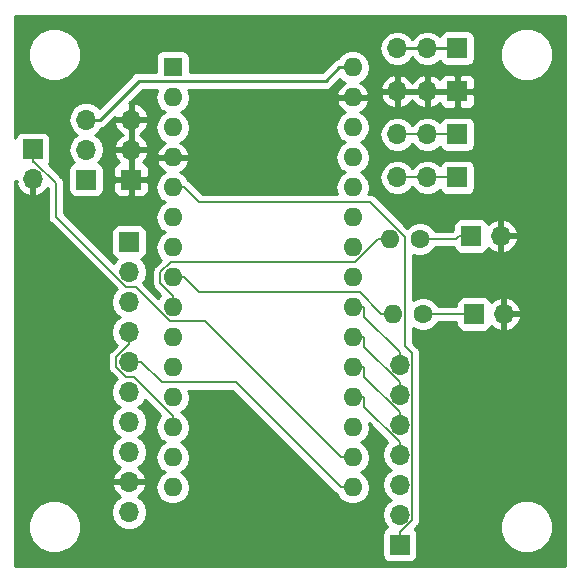
<source format=gbr>
%TF.GenerationSoftware,KiCad,Pcbnew,(5.0.1-3-g963ef8bb5)*%
%TF.CreationDate,2019-03-29T12:16:20-04:00*%
%TF.ProjectId,VHSBase,564853426173652E6B696361645F7063,rev?*%
%TF.SameCoordinates,Original*%
%TF.FileFunction,Copper,L2,Bot,Signal*%
%TF.FilePolarity,Positive*%
%FSLAX46Y46*%
G04 Gerber Fmt 4.6, Leading zero omitted, Abs format (unit mm)*
G04 Created by KiCad (PCBNEW (5.0.1-3-g963ef8bb5)) date Friday, March 29, 2019 at 12:16:20 pm*
%MOMM*%
%LPD*%
G01*
G04 APERTURE LIST*
%ADD10O,1.600000X1.600000*%
%ADD11R,1.600000X1.600000*%
%ADD12O,1.700000X1.700000*%
%ADD13R,1.700000X1.700000*%
%ADD14C,1.600000*%
%ADD15C,0.127000*%
%ADD16C,0.250000*%
%ADD17C,0.254000*%
G04 APERTURE END LIST*
D10*
X116215000Y-99255000D03*
X100975000Y-99255000D03*
X116215000Y-63695000D03*
X100975000Y-96715000D03*
X116215000Y-66235000D03*
X100975000Y-94175000D03*
X116215000Y-68775000D03*
X100975000Y-91635000D03*
X116215000Y-71315000D03*
X100975000Y-89095000D03*
X116215000Y-73855000D03*
X100975000Y-86555000D03*
X116215000Y-76395000D03*
X100975000Y-84015000D03*
X116215000Y-78935000D03*
X100975000Y-81475000D03*
X116215000Y-81475000D03*
X100975000Y-78935000D03*
X116215000Y-84015000D03*
X100975000Y-76395000D03*
X116215000Y-86555000D03*
X100975000Y-73855000D03*
X116215000Y-89095000D03*
X100975000Y-71315000D03*
X116215000Y-91635000D03*
X100975000Y-68775000D03*
X116215000Y-94175000D03*
X100975000Y-66235000D03*
X116215000Y-96715000D03*
D11*
X100975000Y-63695000D03*
D12*
X120200000Y-88860000D03*
X120200000Y-91400000D03*
X120200000Y-93940000D03*
X120200000Y-96480000D03*
X120200000Y-99020000D03*
X120200000Y-101560000D03*
D13*
X120200000Y-104100000D03*
D12*
X97282000Y-101346000D03*
X97282000Y-98806000D03*
X97282000Y-96266000D03*
X97282000Y-93726000D03*
X97282000Y-91186000D03*
X97282000Y-88646000D03*
X97282000Y-86106000D03*
X97282000Y-83566000D03*
X97282000Y-81026000D03*
D13*
X97282000Y-78486000D03*
D12*
X93646000Y-68116000D03*
X93646000Y-70656000D03*
D13*
X93646000Y-73196000D03*
D12*
X97456000Y-68116000D03*
X97456000Y-70656000D03*
D13*
X97456000Y-73196000D03*
D12*
X129032000Y-84582000D03*
D13*
X126492000Y-84582000D03*
X126238000Y-77978000D03*
D12*
X128778000Y-77978000D03*
D13*
X125075000Y-62075000D03*
D12*
X122535000Y-62075000D03*
X119995000Y-62075000D03*
X119995000Y-65725000D03*
X122535000Y-65725000D03*
D13*
X125075000Y-65725000D03*
D12*
X119995000Y-69375000D03*
X122535000Y-69375000D03*
D13*
X125075000Y-69375000D03*
X125075000Y-73025000D03*
D12*
X122535000Y-73025000D03*
X119995000Y-73025000D03*
D10*
X119634000Y-84582000D03*
D14*
X122174000Y-84582000D03*
X121920000Y-78232000D03*
D10*
X119380000Y-78232000D03*
D12*
X89136000Y-73178000D03*
D13*
X89136000Y-70638000D03*
D15*
X116215000Y-99255000D02*
X115224200Y-99255000D01*
X97282000Y-88646000D02*
X98322800Y-88646000D01*
X98322800Y-88646000D02*
X100041800Y-90365000D01*
X100041800Y-90365000D02*
X106334200Y-90365000D01*
X106334200Y-90365000D02*
X115224200Y-99255000D01*
D16*
X116215000Y-63695000D02*
X115089700Y-63695000D01*
X93646000Y-68116000D02*
X94821300Y-68116000D01*
X94821300Y-68116000D02*
X98117000Y-64820300D01*
X98117000Y-64820300D02*
X113964400Y-64820300D01*
X113964400Y-64820300D02*
X115089700Y-63695000D01*
D15*
X100975000Y-94175000D02*
X100975000Y-93184200D01*
X97282000Y-86106000D02*
X97282000Y-87146800D01*
X97282000Y-87146800D02*
X96196300Y-88232500D01*
X96196300Y-88232500D02*
X96196300Y-89048900D01*
X96196300Y-89048900D02*
X97063400Y-89916000D01*
X97063400Y-89916000D02*
X97706800Y-89916000D01*
X97706800Y-89916000D02*
X100975000Y-93184200D01*
D16*
X122535000Y-62075000D02*
X125075000Y-62075000D01*
X119995000Y-62075000D02*
X122535000Y-62075000D01*
D15*
X100975000Y-84015000D02*
X100975000Y-83024200D01*
X119380000Y-78232000D02*
X118389200Y-78232000D01*
X118389200Y-78232000D02*
X116416200Y-80205000D01*
X116416200Y-80205000D02*
X100799500Y-80205000D01*
X100799500Y-80205000D02*
X99941000Y-81063500D01*
X99941000Y-81063500D02*
X99941000Y-81990200D01*
X99941000Y-81990200D02*
X100975000Y-83024200D01*
X122535000Y-69375000D02*
X119995000Y-69375000D01*
X125075000Y-69375000D02*
X122535000Y-69375000D01*
X100975000Y-81475000D02*
X101965800Y-81475000D01*
X119634000Y-84582000D02*
X118643200Y-84582000D01*
X118643200Y-84582000D02*
X116806200Y-82745000D01*
X116806200Y-82745000D02*
X103235800Y-82745000D01*
X103235800Y-82745000D02*
X101965800Y-81475000D01*
X122535000Y-73025000D02*
X125075000Y-73025000D01*
X119995000Y-73025000D02*
X122535000Y-73025000D01*
X116215000Y-84015000D02*
X117205800Y-84015000D01*
X120200000Y-88860000D02*
X120200000Y-87819200D01*
X120200000Y-87819200D02*
X117205800Y-84825000D01*
X117205800Y-84825000D02*
X117205800Y-84015000D01*
X116215000Y-86555000D02*
X117205800Y-86555000D01*
X120200000Y-91400000D02*
X120200000Y-90359200D01*
X120200000Y-90359200D02*
X117205800Y-87365000D01*
X117205800Y-87365000D02*
X117205800Y-86555000D01*
X100975000Y-73855000D02*
X101965800Y-73855000D01*
X120200000Y-104100000D02*
X120200000Y-103059200D01*
X120200000Y-103059200D02*
X121243100Y-102016100D01*
X121243100Y-102016100D02*
X121243100Y-87879100D01*
X121243100Y-87879100D02*
X120650100Y-87286100D01*
X120650100Y-87286100D02*
X120650100Y-78054500D01*
X120650100Y-78054500D02*
X117720600Y-75125000D01*
X117720600Y-75125000D02*
X103235800Y-75125000D01*
X103235800Y-75125000D02*
X101965800Y-73855000D01*
X116215000Y-89095000D02*
X117205800Y-89095000D01*
X120200000Y-93940000D02*
X120200000Y-92899200D01*
X120200000Y-92899200D02*
X117205800Y-89905000D01*
X117205800Y-89905000D02*
X117205800Y-89095000D01*
X116215000Y-91635000D02*
X117205800Y-91635000D01*
X120200000Y-96480000D02*
X120200000Y-95439200D01*
X120200000Y-95439200D02*
X117205800Y-92445000D01*
X117205800Y-92445000D02*
X117205800Y-91635000D01*
X122174000Y-84582000D02*
X126492000Y-84582000D01*
X126238000Y-77978000D02*
X125197200Y-77978000D01*
X121920000Y-78232000D02*
X124943200Y-78232000D01*
X124943200Y-78232000D02*
X125197200Y-77978000D01*
X116215000Y-96715000D02*
X115224200Y-96715000D01*
X89136000Y-70638000D02*
X89136000Y-71678800D01*
X89136000Y-71678800D02*
X89266100Y-71678800D01*
X89266100Y-71678800D02*
X91102100Y-73514800D01*
X91102100Y-73514800D02*
X91102100Y-76334500D01*
X91102100Y-76334500D02*
X97063600Y-82296000D01*
X97063600Y-82296000D02*
X97854800Y-82296000D01*
X97854800Y-82296000D02*
X100753700Y-85194900D01*
X100753700Y-85194900D02*
X103704100Y-85194900D01*
X103704100Y-85194900D02*
X115224200Y-96715000D01*
D17*
G36*
X134240001Y-105890000D02*
X87660000Y-105890000D01*
X87660000Y-102155431D01*
X88715000Y-102155431D01*
X88715000Y-103044569D01*
X89055259Y-103866026D01*
X89683974Y-104494741D01*
X90505431Y-104835000D01*
X91394569Y-104835000D01*
X92216026Y-104494741D01*
X92844741Y-103866026D01*
X93185000Y-103044569D01*
X93185000Y-102155431D01*
X92849723Y-101346000D01*
X95767908Y-101346000D01*
X95883161Y-101925418D01*
X96211375Y-102416625D01*
X96702582Y-102744839D01*
X97135744Y-102831000D01*
X97428256Y-102831000D01*
X97861418Y-102744839D01*
X98352625Y-102416625D01*
X98680839Y-101925418D01*
X98796092Y-101346000D01*
X98680839Y-100766582D01*
X98352625Y-100275375D01*
X98033522Y-100062157D01*
X98163358Y-100001183D01*
X98553645Y-99572924D01*
X98723476Y-99162890D01*
X98602155Y-98933000D01*
X97409000Y-98933000D01*
X97409000Y-98953000D01*
X97155000Y-98953000D01*
X97155000Y-98933000D01*
X95961845Y-98933000D01*
X95840524Y-99162890D01*
X96010355Y-99572924D01*
X96400642Y-100001183D01*
X96530478Y-100062157D01*
X96211375Y-100275375D01*
X95883161Y-100766582D01*
X95767908Y-101346000D01*
X92849723Y-101346000D01*
X92844741Y-101333974D01*
X92216026Y-100705259D01*
X91394569Y-100365000D01*
X90505431Y-100365000D01*
X89683974Y-100705259D01*
X89055259Y-101333974D01*
X88715000Y-102155431D01*
X87660000Y-102155431D01*
X87660000Y-73305002D01*
X87815844Y-73305002D01*
X87694524Y-73534890D01*
X87864355Y-73944924D01*
X88254642Y-74373183D01*
X88779108Y-74619486D01*
X89009000Y-74498819D01*
X89009000Y-73305000D01*
X88989000Y-73305000D01*
X88989000Y-73051000D01*
X89009000Y-73051000D01*
X89009000Y-73031000D01*
X89263000Y-73031000D01*
X89263000Y-73051000D01*
X89283000Y-73051000D01*
X89283000Y-73305000D01*
X89263000Y-73305000D01*
X89263000Y-74498819D01*
X89492892Y-74619486D01*
X90017358Y-74373183D01*
X90403600Y-73949362D01*
X90403601Y-76265705D01*
X90389917Y-76334500D01*
X90444128Y-76607040D01*
X90444129Y-76607041D01*
X90598511Y-76838090D01*
X90656831Y-76877058D01*
X96249604Y-82469831D01*
X96211375Y-82495375D01*
X95883161Y-82986582D01*
X95767908Y-83566000D01*
X95883161Y-84145418D01*
X96211375Y-84636625D01*
X96509761Y-84836000D01*
X96211375Y-85035375D01*
X95883161Y-85526582D01*
X95767908Y-86106000D01*
X95883161Y-86685418D01*
X96211375Y-87176625D01*
X96243129Y-87197843D01*
X95751031Y-87689942D01*
X95692710Y-87728911D01*
X95538328Y-87959960D01*
X95497800Y-88163707D01*
X95497800Y-88163710D01*
X95484117Y-88232500D01*
X95497800Y-88301290D01*
X95497800Y-88980110D01*
X95484117Y-89048900D01*
X95497800Y-89117690D01*
X95497800Y-89117694D01*
X95517653Y-89217500D01*
X95538328Y-89321440D01*
X95638081Y-89470730D01*
X95692711Y-89552490D01*
X95751031Y-89591458D01*
X96249483Y-90089912D01*
X96211375Y-90115375D01*
X95883161Y-90606582D01*
X95767908Y-91186000D01*
X95883161Y-91765418D01*
X96211375Y-92256625D01*
X96509761Y-92456000D01*
X96211375Y-92655375D01*
X95883161Y-93146582D01*
X95767908Y-93726000D01*
X95883161Y-94305418D01*
X96211375Y-94796625D01*
X96509761Y-94996000D01*
X96211375Y-95195375D01*
X95883161Y-95686582D01*
X95767908Y-96266000D01*
X95883161Y-96845418D01*
X96211375Y-97336625D01*
X96530478Y-97549843D01*
X96400642Y-97610817D01*
X96010355Y-98039076D01*
X95840524Y-98449110D01*
X95961845Y-98679000D01*
X97155000Y-98679000D01*
X97155000Y-98659000D01*
X97409000Y-98659000D01*
X97409000Y-98679000D01*
X98602155Y-98679000D01*
X98723476Y-98449110D01*
X98553645Y-98039076D01*
X98163358Y-97610817D01*
X98033522Y-97549843D01*
X98352625Y-97336625D01*
X98680839Y-96845418D01*
X98796092Y-96266000D01*
X98680839Y-95686582D01*
X98352625Y-95195375D01*
X98054239Y-94996000D01*
X98352625Y-94796625D01*
X98680839Y-94305418D01*
X98796092Y-93726000D01*
X98680839Y-93146582D01*
X98352625Y-92655375D01*
X98054239Y-92456000D01*
X98352625Y-92256625D01*
X98635798Y-91832826D01*
X99942205Y-93139233D01*
X99940423Y-93140423D01*
X99623260Y-93615091D01*
X99511887Y-94175000D01*
X99623260Y-94734909D01*
X99940423Y-95209577D01*
X100292758Y-95445000D01*
X99940423Y-95680423D01*
X99623260Y-96155091D01*
X99511887Y-96715000D01*
X99623260Y-97274909D01*
X99940423Y-97749577D01*
X100292758Y-97985000D01*
X99940423Y-98220423D01*
X99623260Y-98695091D01*
X99511887Y-99255000D01*
X99623260Y-99814909D01*
X99940423Y-100289577D01*
X100415091Y-100606740D01*
X100833667Y-100690000D01*
X101116333Y-100690000D01*
X101534909Y-100606740D01*
X102009577Y-100289577D01*
X102326740Y-99814909D01*
X102438113Y-99255000D01*
X102326740Y-98695091D01*
X102009577Y-98220423D01*
X101657242Y-97985000D01*
X102009577Y-97749577D01*
X102326740Y-97274909D01*
X102438113Y-96715000D01*
X102326740Y-96155091D01*
X102009577Y-95680423D01*
X101657242Y-95445000D01*
X102009577Y-95209577D01*
X102326740Y-94734909D01*
X102438113Y-94175000D01*
X102326740Y-93615091D01*
X102009577Y-93140423D01*
X101657242Y-92905000D01*
X102009577Y-92669577D01*
X102326740Y-92194909D01*
X102438113Y-91635000D01*
X102326740Y-91075091D01*
X102318995Y-91063500D01*
X106044873Y-91063500D01*
X114681643Y-99700272D01*
X114720610Y-99758590D01*
X114778928Y-99797557D01*
X114778930Y-99797559D01*
X114910333Y-99885359D01*
X115180423Y-100289577D01*
X115655091Y-100606740D01*
X116073667Y-100690000D01*
X116356333Y-100690000D01*
X116774909Y-100606740D01*
X117249577Y-100289577D01*
X117566740Y-99814909D01*
X117678113Y-99255000D01*
X117566740Y-98695091D01*
X117249577Y-98220423D01*
X116897242Y-97985000D01*
X117249577Y-97749577D01*
X117566740Y-97274909D01*
X117678113Y-96715000D01*
X117566740Y-96155091D01*
X117249577Y-95680423D01*
X116897242Y-95445000D01*
X117249577Y-95209577D01*
X117566740Y-94734909D01*
X117678113Y-94175000D01*
X117611106Y-93838133D01*
X119161130Y-95388157D01*
X119129375Y-95409375D01*
X118801161Y-95900582D01*
X118685908Y-96480000D01*
X118801161Y-97059418D01*
X119129375Y-97550625D01*
X119427761Y-97750000D01*
X119129375Y-97949375D01*
X118801161Y-98440582D01*
X118685908Y-99020000D01*
X118801161Y-99599418D01*
X119129375Y-100090625D01*
X119427761Y-100290000D01*
X119129375Y-100489375D01*
X118801161Y-100980582D01*
X118685908Y-101560000D01*
X118801161Y-102139418D01*
X119129375Y-102630625D01*
X119147619Y-102642816D01*
X119102235Y-102651843D01*
X118892191Y-102792191D01*
X118751843Y-103002235D01*
X118702560Y-103250000D01*
X118702560Y-104950000D01*
X118751843Y-105197765D01*
X118892191Y-105407809D01*
X119102235Y-105548157D01*
X119350000Y-105597440D01*
X121050000Y-105597440D01*
X121297765Y-105548157D01*
X121507809Y-105407809D01*
X121648157Y-105197765D01*
X121697440Y-104950000D01*
X121697440Y-103250000D01*
X121648157Y-103002235D01*
X121507809Y-102792191D01*
X121476055Y-102770973D01*
X121688371Y-102558657D01*
X121746689Y-102519690D01*
X121785656Y-102461372D01*
X121785658Y-102461370D01*
X121827605Y-102398592D01*
X121901072Y-102288641D01*
X121927569Y-102155431D01*
X128715000Y-102155431D01*
X128715000Y-103044569D01*
X129055259Y-103866026D01*
X129683974Y-104494741D01*
X130505431Y-104835000D01*
X131394569Y-104835000D01*
X132216026Y-104494741D01*
X132844741Y-103866026D01*
X133185000Y-103044569D01*
X133185000Y-102155431D01*
X132844741Y-101333974D01*
X132216026Y-100705259D01*
X131394569Y-100365000D01*
X130505431Y-100365000D01*
X129683974Y-100705259D01*
X129055259Y-101333974D01*
X128715000Y-102155431D01*
X121927569Y-102155431D01*
X121941600Y-102084894D01*
X121941600Y-102084890D01*
X121955283Y-102016101D01*
X121941600Y-101947312D01*
X121941600Y-87947894D01*
X121955284Y-87879100D01*
X121901072Y-87606559D01*
X121785659Y-87433830D01*
X121785657Y-87433828D01*
X121746690Y-87375510D01*
X121688372Y-87336543D01*
X121348600Y-86996772D01*
X121348600Y-85785996D01*
X121361138Y-85798534D01*
X121888561Y-86017000D01*
X122459439Y-86017000D01*
X122986862Y-85798534D01*
X123390534Y-85394862D01*
X123437904Y-85280500D01*
X124994560Y-85280500D01*
X124994560Y-85432000D01*
X125043843Y-85679765D01*
X125184191Y-85889809D01*
X125394235Y-86030157D01*
X125642000Y-86079440D01*
X127342000Y-86079440D01*
X127589765Y-86030157D01*
X127799809Y-85889809D01*
X127940157Y-85679765D01*
X127960739Y-85576292D01*
X128265076Y-85853645D01*
X128675110Y-86023476D01*
X128905000Y-85902155D01*
X128905000Y-84709000D01*
X129159000Y-84709000D01*
X129159000Y-85902155D01*
X129388890Y-86023476D01*
X129798924Y-85853645D01*
X130227183Y-85463358D01*
X130473486Y-84938892D01*
X130352819Y-84709000D01*
X129159000Y-84709000D01*
X128905000Y-84709000D01*
X128885000Y-84709000D01*
X128885000Y-84455000D01*
X128905000Y-84455000D01*
X128905000Y-83261845D01*
X129159000Y-83261845D01*
X129159000Y-84455000D01*
X130352819Y-84455000D01*
X130473486Y-84225108D01*
X130227183Y-83700642D01*
X129798924Y-83310355D01*
X129388890Y-83140524D01*
X129159000Y-83261845D01*
X128905000Y-83261845D01*
X128675110Y-83140524D01*
X128265076Y-83310355D01*
X127960739Y-83587708D01*
X127940157Y-83484235D01*
X127799809Y-83274191D01*
X127589765Y-83133843D01*
X127342000Y-83084560D01*
X125642000Y-83084560D01*
X125394235Y-83133843D01*
X125184191Y-83274191D01*
X125043843Y-83484235D01*
X124994560Y-83732000D01*
X124994560Y-83883500D01*
X123437904Y-83883500D01*
X123390534Y-83769138D01*
X122986862Y-83365466D01*
X122459439Y-83147000D01*
X121888561Y-83147000D01*
X121361138Y-83365466D01*
X121348600Y-83378004D01*
X121348600Y-79548551D01*
X121634561Y-79667000D01*
X122205439Y-79667000D01*
X122732862Y-79448534D01*
X123136534Y-79044862D01*
X123183904Y-78930500D01*
X124760948Y-78930500D01*
X124789843Y-79075765D01*
X124930191Y-79285809D01*
X125140235Y-79426157D01*
X125388000Y-79475440D01*
X127088000Y-79475440D01*
X127335765Y-79426157D01*
X127545809Y-79285809D01*
X127686157Y-79075765D01*
X127706739Y-78972292D01*
X128011076Y-79249645D01*
X128421110Y-79419476D01*
X128651000Y-79298155D01*
X128651000Y-78105000D01*
X128905000Y-78105000D01*
X128905000Y-79298155D01*
X129134890Y-79419476D01*
X129544924Y-79249645D01*
X129973183Y-78859358D01*
X130219486Y-78334892D01*
X130098819Y-78105000D01*
X128905000Y-78105000D01*
X128651000Y-78105000D01*
X128631000Y-78105000D01*
X128631000Y-77851000D01*
X128651000Y-77851000D01*
X128651000Y-76657845D01*
X128905000Y-76657845D01*
X128905000Y-77851000D01*
X130098819Y-77851000D01*
X130219486Y-77621108D01*
X129973183Y-77096642D01*
X129544924Y-76706355D01*
X129134890Y-76536524D01*
X128905000Y-76657845D01*
X128651000Y-76657845D01*
X128421110Y-76536524D01*
X128011076Y-76706355D01*
X127706739Y-76983708D01*
X127686157Y-76880235D01*
X127545809Y-76670191D01*
X127335765Y-76529843D01*
X127088000Y-76480560D01*
X125388000Y-76480560D01*
X125140235Y-76529843D01*
X124930191Y-76670191D01*
X124789843Y-76880235D01*
X124740560Y-77128000D01*
X124740560Y-77443039D01*
X124693610Y-77474410D01*
X124654639Y-77532734D01*
X124653873Y-77533500D01*
X123183904Y-77533500D01*
X123136534Y-77419138D01*
X122732862Y-77015466D01*
X122205439Y-76797000D01*
X121634561Y-76797000D01*
X121107138Y-77015466D01*
X120853016Y-77269588D01*
X118263160Y-74679733D01*
X118224190Y-74621410D01*
X117993141Y-74467028D01*
X117789394Y-74426500D01*
X117789390Y-74426500D01*
X117720600Y-74412817D01*
X117651810Y-74426500D01*
X117558995Y-74426500D01*
X117566740Y-74414909D01*
X117678113Y-73855000D01*
X117566740Y-73295091D01*
X117386271Y-73025000D01*
X118480908Y-73025000D01*
X118596161Y-73604418D01*
X118924375Y-74095625D01*
X119415582Y-74423839D01*
X119848744Y-74510000D01*
X120141256Y-74510000D01*
X120574418Y-74423839D01*
X121065625Y-74095625D01*
X121265000Y-73797239D01*
X121464375Y-74095625D01*
X121955582Y-74423839D01*
X122388744Y-74510000D01*
X122681256Y-74510000D01*
X123114418Y-74423839D01*
X123605625Y-74095625D01*
X123617816Y-74077381D01*
X123626843Y-74122765D01*
X123767191Y-74332809D01*
X123977235Y-74473157D01*
X124225000Y-74522440D01*
X125925000Y-74522440D01*
X126172765Y-74473157D01*
X126382809Y-74332809D01*
X126523157Y-74122765D01*
X126572440Y-73875000D01*
X126572440Y-72175000D01*
X126523157Y-71927235D01*
X126382809Y-71717191D01*
X126172765Y-71576843D01*
X125925000Y-71527560D01*
X124225000Y-71527560D01*
X123977235Y-71576843D01*
X123767191Y-71717191D01*
X123626843Y-71927235D01*
X123617816Y-71972619D01*
X123605625Y-71954375D01*
X123114418Y-71626161D01*
X122681256Y-71540000D01*
X122388744Y-71540000D01*
X121955582Y-71626161D01*
X121464375Y-71954375D01*
X121265000Y-72252761D01*
X121065625Y-71954375D01*
X120574418Y-71626161D01*
X120141256Y-71540000D01*
X119848744Y-71540000D01*
X119415582Y-71626161D01*
X118924375Y-71954375D01*
X118596161Y-72445582D01*
X118480908Y-73025000D01*
X117386271Y-73025000D01*
X117249577Y-72820423D01*
X116897242Y-72585000D01*
X117249577Y-72349577D01*
X117566740Y-71874909D01*
X117678113Y-71315000D01*
X117566740Y-70755091D01*
X117249577Y-70280423D01*
X116897242Y-70045000D01*
X117249577Y-69809577D01*
X117539952Y-69375000D01*
X118480908Y-69375000D01*
X118596161Y-69954418D01*
X118924375Y-70445625D01*
X119415582Y-70773839D01*
X119848744Y-70860000D01*
X120141256Y-70860000D01*
X120574418Y-70773839D01*
X121065625Y-70445625D01*
X121265000Y-70147239D01*
X121464375Y-70445625D01*
X121955582Y-70773839D01*
X122388744Y-70860000D01*
X122681256Y-70860000D01*
X123114418Y-70773839D01*
X123605625Y-70445625D01*
X123617816Y-70427381D01*
X123626843Y-70472765D01*
X123767191Y-70682809D01*
X123977235Y-70823157D01*
X124225000Y-70872440D01*
X125925000Y-70872440D01*
X126172765Y-70823157D01*
X126382809Y-70682809D01*
X126523157Y-70472765D01*
X126572440Y-70225000D01*
X126572440Y-68525000D01*
X126523157Y-68277235D01*
X126382809Y-68067191D01*
X126172765Y-67926843D01*
X125925000Y-67877560D01*
X124225000Y-67877560D01*
X123977235Y-67926843D01*
X123767191Y-68067191D01*
X123626843Y-68277235D01*
X123617816Y-68322619D01*
X123605625Y-68304375D01*
X123114418Y-67976161D01*
X122681256Y-67890000D01*
X122388744Y-67890000D01*
X121955582Y-67976161D01*
X121464375Y-68304375D01*
X121265000Y-68602761D01*
X121065625Y-68304375D01*
X120574418Y-67976161D01*
X120141256Y-67890000D01*
X119848744Y-67890000D01*
X119415582Y-67976161D01*
X118924375Y-68304375D01*
X118596161Y-68795582D01*
X118480908Y-69375000D01*
X117539952Y-69375000D01*
X117566740Y-69334909D01*
X117678113Y-68775000D01*
X117566740Y-68215091D01*
X117249577Y-67740423D01*
X116865892Y-67484053D01*
X117070134Y-67387389D01*
X117446041Y-66972423D01*
X117606904Y-66584039D01*
X117484915Y-66362000D01*
X116342000Y-66362000D01*
X116342000Y-66382000D01*
X116088000Y-66382000D01*
X116088000Y-66362000D01*
X114945085Y-66362000D01*
X114823096Y-66584039D01*
X114983959Y-66972423D01*
X115359866Y-67387389D01*
X115564108Y-67484053D01*
X115180423Y-67740423D01*
X114863260Y-68215091D01*
X114751887Y-68775000D01*
X114863260Y-69334909D01*
X115180423Y-69809577D01*
X115532758Y-70045000D01*
X115180423Y-70280423D01*
X114863260Y-70755091D01*
X114751887Y-71315000D01*
X114863260Y-71874909D01*
X115180423Y-72349577D01*
X115532758Y-72585000D01*
X115180423Y-72820423D01*
X114863260Y-73295091D01*
X114751887Y-73855000D01*
X114863260Y-74414909D01*
X114871005Y-74426500D01*
X103525128Y-74426500D01*
X102508360Y-73409733D01*
X102469390Y-73351410D01*
X102279667Y-73224641D01*
X102009577Y-72820423D01*
X101625892Y-72564053D01*
X101830134Y-72467389D01*
X102206041Y-72052423D01*
X102366904Y-71664039D01*
X102244915Y-71442000D01*
X101102000Y-71442000D01*
X101102000Y-71462000D01*
X100848000Y-71462000D01*
X100848000Y-71442000D01*
X99705085Y-71442000D01*
X99583096Y-71664039D01*
X99743959Y-72052423D01*
X100119866Y-72467389D01*
X100324108Y-72564053D01*
X99940423Y-72820423D01*
X99623260Y-73295091D01*
X99511887Y-73855000D01*
X99623260Y-74414909D01*
X99940423Y-74889577D01*
X100292758Y-75125000D01*
X99940423Y-75360423D01*
X99623260Y-75835091D01*
X99511887Y-76395000D01*
X99623260Y-76954909D01*
X99940423Y-77429577D01*
X100292758Y-77665000D01*
X99940423Y-77900423D01*
X99623260Y-78375091D01*
X99511887Y-78935000D01*
X99623260Y-79494909D01*
X99940423Y-79969577D01*
X100004368Y-80012304D01*
X99495731Y-80520942D01*
X99437410Y-80559911D01*
X99283028Y-80790960D01*
X99242500Y-80994707D01*
X99242500Y-80994710D01*
X99228817Y-81063500D01*
X99242500Y-81132290D01*
X99242501Y-81921406D01*
X99228817Y-81990200D01*
X99283028Y-82262740D01*
X99352177Y-82366228D01*
X99437411Y-82493790D01*
X99495731Y-82532758D01*
X99942205Y-82979232D01*
X99940423Y-82980423D01*
X99774849Y-83228221D01*
X98469034Y-81922407D01*
X98680839Y-81605418D01*
X98796092Y-81026000D01*
X98680839Y-80446582D01*
X98352625Y-79955375D01*
X98334381Y-79943184D01*
X98379765Y-79934157D01*
X98589809Y-79793809D01*
X98730157Y-79583765D01*
X98779440Y-79336000D01*
X98779440Y-77636000D01*
X98730157Y-77388235D01*
X98589809Y-77178191D01*
X98379765Y-77037843D01*
X98132000Y-76988560D01*
X96432000Y-76988560D01*
X96184235Y-77037843D01*
X95974191Y-77178191D01*
X95833843Y-77388235D01*
X95784560Y-77636000D01*
X95784560Y-79336000D01*
X95833843Y-79583765D01*
X95974191Y-79793809D01*
X96184235Y-79934157D01*
X96229619Y-79943184D01*
X96211375Y-79955375D01*
X96010874Y-80255446D01*
X91800600Y-76045173D01*
X91800600Y-73583588D01*
X91814283Y-73514799D01*
X91800600Y-73446010D01*
X91800600Y-73446006D01*
X91760072Y-73242259D01*
X91686605Y-73132308D01*
X91644658Y-73069530D01*
X91644656Y-73069528D01*
X91605689Y-73011210D01*
X91547371Y-72972243D01*
X90474702Y-71899575D01*
X90584157Y-71735765D01*
X90633440Y-71488000D01*
X90633440Y-69788000D01*
X90584157Y-69540235D01*
X90443809Y-69330191D01*
X90233765Y-69189843D01*
X89986000Y-69140560D01*
X88286000Y-69140560D01*
X88038235Y-69189843D01*
X87828191Y-69330191D01*
X87687843Y-69540235D01*
X87660000Y-69680213D01*
X87660000Y-68116000D01*
X92131908Y-68116000D01*
X92247161Y-68695418D01*
X92575375Y-69186625D01*
X92873761Y-69386000D01*
X92575375Y-69585375D01*
X92247161Y-70076582D01*
X92131908Y-70656000D01*
X92247161Y-71235418D01*
X92575375Y-71726625D01*
X92593619Y-71738816D01*
X92548235Y-71747843D01*
X92338191Y-71888191D01*
X92197843Y-72098235D01*
X92148560Y-72346000D01*
X92148560Y-74046000D01*
X92197843Y-74293765D01*
X92338191Y-74503809D01*
X92548235Y-74644157D01*
X92796000Y-74693440D01*
X94496000Y-74693440D01*
X94743765Y-74644157D01*
X94953809Y-74503809D01*
X95094157Y-74293765D01*
X95143440Y-74046000D01*
X95143440Y-73481750D01*
X95971000Y-73481750D01*
X95971000Y-74172310D01*
X96067673Y-74405699D01*
X96246302Y-74584327D01*
X96479691Y-74681000D01*
X97170250Y-74681000D01*
X97329000Y-74522250D01*
X97329000Y-73323000D01*
X97583000Y-73323000D01*
X97583000Y-74522250D01*
X97741750Y-74681000D01*
X98432309Y-74681000D01*
X98665698Y-74584327D01*
X98844327Y-74405699D01*
X98941000Y-74172310D01*
X98941000Y-73481750D01*
X98782250Y-73323000D01*
X97583000Y-73323000D01*
X97329000Y-73323000D01*
X96129750Y-73323000D01*
X95971000Y-73481750D01*
X95143440Y-73481750D01*
X95143440Y-72346000D01*
X95118316Y-72219690D01*
X95971000Y-72219690D01*
X95971000Y-72910250D01*
X96129750Y-73069000D01*
X97329000Y-73069000D01*
X97329000Y-70783000D01*
X97583000Y-70783000D01*
X97583000Y-73069000D01*
X98782250Y-73069000D01*
X98941000Y-72910250D01*
X98941000Y-72219690D01*
X98844327Y-71986301D01*
X98665698Y-71807673D01*
X98456122Y-71720864D01*
X98727645Y-71422924D01*
X98897476Y-71012890D01*
X98776155Y-70783000D01*
X97583000Y-70783000D01*
X97329000Y-70783000D01*
X96135845Y-70783000D01*
X96014524Y-71012890D01*
X96184355Y-71422924D01*
X96455878Y-71720864D01*
X96246302Y-71807673D01*
X96067673Y-71986301D01*
X95971000Y-72219690D01*
X95118316Y-72219690D01*
X95094157Y-72098235D01*
X94953809Y-71888191D01*
X94743765Y-71747843D01*
X94698381Y-71738816D01*
X94716625Y-71726625D01*
X95044839Y-71235418D01*
X95160092Y-70656000D01*
X95044839Y-70076582D01*
X94716625Y-69585375D01*
X94418239Y-69386000D01*
X94716625Y-69186625D01*
X94928474Y-68869571D01*
X95117837Y-68831904D01*
X95369229Y-68663929D01*
X95411631Y-68600470D01*
X95539211Y-68472890D01*
X96014524Y-68472890D01*
X96184355Y-68882924D01*
X96574642Y-69311183D01*
X96733954Y-69386000D01*
X96574642Y-69460817D01*
X96184355Y-69889076D01*
X96014524Y-70299110D01*
X96135845Y-70529000D01*
X97329000Y-70529000D01*
X97329000Y-68243000D01*
X97583000Y-68243000D01*
X97583000Y-70529000D01*
X98776155Y-70529000D01*
X98897476Y-70299110D01*
X98727645Y-69889076D01*
X98337358Y-69460817D01*
X98178046Y-69386000D01*
X98337358Y-69311183D01*
X98727645Y-68882924D01*
X98897476Y-68472890D01*
X98776155Y-68243000D01*
X97583000Y-68243000D01*
X97329000Y-68243000D01*
X96135845Y-68243000D01*
X96014524Y-68472890D01*
X95539211Y-68472890D01*
X96096899Y-67915202D01*
X96135845Y-67989000D01*
X97329000Y-67989000D01*
X97329000Y-66795181D01*
X97583000Y-66795181D01*
X97583000Y-67989000D01*
X98776155Y-67989000D01*
X98897476Y-67759110D01*
X98727645Y-67349076D01*
X98337358Y-66920817D01*
X97812892Y-66674514D01*
X97583000Y-66795181D01*
X97329000Y-66795181D01*
X97255500Y-66756602D01*
X98431802Y-65580300D01*
X99686597Y-65580300D01*
X99623260Y-65675091D01*
X99511887Y-66235000D01*
X99623260Y-66794909D01*
X99940423Y-67269577D01*
X100292758Y-67505000D01*
X99940423Y-67740423D01*
X99623260Y-68215091D01*
X99511887Y-68775000D01*
X99623260Y-69334909D01*
X99940423Y-69809577D01*
X100324108Y-70065947D01*
X100119866Y-70162611D01*
X99743959Y-70577577D01*
X99583096Y-70965961D01*
X99705085Y-71188000D01*
X100848000Y-71188000D01*
X100848000Y-71168000D01*
X101102000Y-71168000D01*
X101102000Y-71188000D01*
X102244915Y-71188000D01*
X102366904Y-70965961D01*
X102206041Y-70577577D01*
X101830134Y-70162611D01*
X101625892Y-70065947D01*
X102009577Y-69809577D01*
X102326740Y-69334909D01*
X102438113Y-68775000D01*
X102326740Y-68215091D01*
X102009577Y-67740423D01*
X101657242Y-67505000D01*
X102009577Y-67269577D01*
X102326740Y-66794909D01*
X102438113Y-66235000D01*
X102326740Y-65675091D01*
X102263403Y-65580300D01*
X113889553Y-65580300D01*
X113964400Y-65595188D01*
X114039247Y-65580300D01*
X114039252Y-65580300D01*
X114260937Y-65536204D01*
X114512329Y-65368229D01*
X114554731Y-65304770D01*
X115160196Y-64699305D01*
X115180423Y-64729577D01*
X115564108Y-64985947D01*
X115359866Y-65082611D01*
X114983959Y-65497577D01*
X114823096Y-65885961D01*
X114945085Y-66108000D01*
X116088000Y-66108000D01*
X116088000Y-66088000D01*
X116342000Y-66088000D01*
X116342000Y-66108000D01*
X117484915Y-66108000D01*
X117499258Y-66081892D01*
X118553514Y-66081892D01*
X118799817Y-66606358D01*
X119228076Y-66996645D01*
X119638110Y-67166476D01*
X119868000Y-67045155D01*
X119868000Y-65852000D01*
X120122000Y-65852000D01*
X120122000Y-67045155D01*
X120351890Y-67166476D01*
X120761924Y-66996645D01*
X121190183Y-66606358D01*
X121265000Y-66447046D01*
X121339817Y-66606358D01*
X121768076Y-66996645D01*
X122178110Y-67166476D01*
X122408000Y-67045155D01*
X122408000Y-65852000D01*
X122662000Y-65852000D01*
X122662000Y-67045155D01*
X122891890Y-67166476D01*
X123301924Y-66996645D01*
X123599864Y-66725122D01*
X123686673Y-66934698D01*
X123865301Y-67113327D01*
X124098690Y-67210000D01*
X124789250Y-67210000D01*
X124948000Y-67051250D01*
X124948000Y-65852000D01*
X125202000Y-65852000D01*
X125202000Y-67051250D01*
X125360750Y-67210000D01*
X126051310Y-67210000D01*
X126284699Y-67113327D01*
X126463327Y-66934698D01*
X126560000Y-66701309D01*
X126560000Y-66010750D01*
X126401250Y-65852000D01*
X125202000Y-65852000D01*
X124948000Y-65852000D01*
X122662000Y-65852000D01*
X122408000Y-65852000D01*
X120122000Y-65852000D01*
X119868000Y-65852000D01*
X118674181Y-65852000D01*
X118553514Y-66081892D01*
X117499258Y-66081892D01*
X117606904Y-65885961D01*
X117446041Y-65497577D01*
X117328759Y-65368108D01*
X118553514Y-65368108D01*
X118674181Y-65598000D01*
X119868000Y-65598000D01*
X119868000Y-64404845D01*
X120122000Y-64404845D01*
X120122000Y-65598000D01*
X122408000Y-65598000D01*
X122408000Y-64404845D01*
X122662000Y-64404845D01*
X122662000Y-65598000D01*
X124948000Y-65598000D01*
X124948000Y-64398750D01*
X125202000Y-64398750D01*
X125202000Y-65598000D01*
X126401250Y-65598000D01*
X126560000Y-65439250D01*
X126560000Y-64748691D01*
X126463327Y-64515302D01*
X126284699Y-64336673D01*
X126051310Y-64240000D01*
X125360750Y-64240000D01*
X125202000Y-64398750D01*
X124948000Y-64398750D01*
X124789250Y-64240000D01*
X124098690Y-64240000D01*
X123865301Y-64336673D01*
X123686673Y-64515302D01*
X123599864Y-64724878D01*
X123301924Y-64453355D01*
X122891890Y-64283524D01*
X122662000Y-64404845D01*
X122408000Y-64404845D01*
X122178110Y-64283524D01*
X121768076Y-64453355D01*
X121339817Y-64843642D01*
X121265000Y-65002954D01*
X121190183Y-64843642D01*
X120761924Y-64453355D01*
X120351890Y-64283524D01*
X120122000Y-64404845D01*
X119868000Y-64404845D01*
X119638110Y-64283524D01*
X119228076Y-64453355D01*
X118799817Y-64843642D01*
X118553514Y-65368108D01*
X117328759Y-65368108D01*
X117070134Y-65082611D01*
X116865892Y-64985947D01*
X117249577Y-64729577D01*
X117566740Y-64254909D01*
X117678113Y-63695000D01*
X117566740Y-63135091D01*
X117249577Y-62660423D01*
X116774909Y-62343260D01*
X116356333Y-62260000D01*
X116073667Y-62260000D01*
X115655091Y-62343260D01*
X115180423Y-62660423D01*
X114994214Y-62939104D01*
X114793163Y-62979096D01*
X114541771Y-63147071D01*
X114499371Y-63210527D01*
X113649599Y-64060300D01*
X102422440Y-64060300D01*
X102422440Y-62895000D01*
X102373157Y-62647235D01*
X102232809Y-62437191D01*
X102022765Y-62296843D01*
X101775000Y-62247560D01*
X100175000Y-62247560D01*
X99927235Y-62296843D01*
X99717191Y-62437191D01*
X99576843Y-62647235D01*
X99527560Y-62895000D01*
X99527560Y-64060300D01*
X98191848Y-64060300D01*
X98117000Y-64045412D01*
X98042152Y-64060300D01*
X98042148Y-64060300D01*
X97820463Y-64104396D01*
X97569071Y-64272371D01*
X97526671Y-64335827D01*
X94756879Y-67105620D01*
X94716625Y-67045375D01*
X94225418Y-66717161D01*
X93792256Y-66631000D01*
X93499744Y-66631000D01*
X93066582Y-66717161D01*
X92575375Y-67045375D01*
X92247161Y-67536582D01*
X92131908Y-68116000D01*
X87660000Y-68116000D01*
X87660000Y-62155431D01*
X88715000Y-62155431D01*
X88715000Y-63044569D01*
X89055259Y-63866026D01*
X89683974Y-64494741D01*
X90505431Y-64835000D01*
X91394569Y-64835000D01*
X92216026Y-64494741D01*
X92844741Y-63866026D01*
X93185000Y-63044569D01*
X93185000Y-62155431D01*
X93151685Y-62075000D01*
X118480908Y-62075000D01*
X118596161Y-62654418D01*
X118924375Y-63145625D01*
X119415582Y-63473839D01*
X119848744Y-63560000D01*
X120141256Y-63560000D01*
X120574418Y-63473839D01*
X121065625Y-63145625D01*
X121265000Y-62847239D01*
X121464375Y-63145625D01*
X121955582Y-63473839D01*
X122388744Y-63560000D01*
X122681256Y-63560000D01*
X123114418Y-63473839D01*
X123605625Y-63145625D01*
X123617816Y-63127381D01*
X123626843Y-63172765D01*
X123767191Y-63382809D01*
X123977235Y-63523157D01*
X124225000Y-63572440D01*
X125925000Y-63572440D01*
X126172765Y-63523157D01*
X126382809Y-63382809D01*
X126523157Y-63172765D01*
X126572440Y-62925000D01*
X126572440Y-62155431D01*
X128715000Y-62155431D01*
X128715000Y-63044569D01*
X129055259Y-63866026D01*
X129683974Y-64494741D01*
X130505431Y-64835000D01*
X131394569Y-64835000D01*
X132216026Y-64494741D01*
X132844741Y-63866026D01*
X133185000Y-63044569D01*
X133185000Y-62155431D01*
X132844741Y-61333974D01*
X132216026Y-60705259D01*
X131394569Y-60365000D01*
X130505431Y-60365000D01*
X129683974Y-60705259D01*
X129055259Y-61333974D01*
X128715000Y-62155431D01*
X126572440Y-62155431D01*
X126572440Y-61225000D01*
X126523157Y-60977235D01*
X126382809Y-60767191D01*
X126172765Y-60626843D01*
X125925000Y-60577560D01*
X124225000Y-60577560D01*
X123977235Y-60626843D01*
X123767191Y-60767191D01*
X123626843Y-60977235D01*
X123617816Y-61022619D01*
X123605625Y-61004375D01*
X123114418Y-60676161D01*
X122681256Y-60590000D01*
X122388744Y-60590000D01*
X121955582Y-60676161D01*
X121464375Y-61004375D01*
X121265000Y-61302761D01*
X121065625Y-61004375D01*
X120574418Y-60676161D01*
X120141256Y-60590000D01*
X119848744Y-60590000D01*
X119415582Y-60676161D01*
X118924375Y-61004375D01*
X118596161Y-61495582D01*
X118480908Y-62075000D01*
X93151685Y-62075000D01*
X92844741Y-61333974D01*
X92216026Y-60705259D01*
X91394569Y-60365000D01*
X90505431Y-60365000D01*
X89683974Y-60705259D01*
X89055259Y-61333974D01*
X88715000Y-62155431D01*
X87660000Y-62155431D01*
X87660000Y-59310000D01*
X134240000Y-59310000D01*
X134240001Y-105890000D01*
X134240001Y-105890000D01*
G37*
X134240001Y-105890000D02*
X87660000Y-105890000D01*
X87660000Y-102155431D01*
X88715000Y-102155431D01*
X88715000Y-103044569D01*
X89055259Y-103866026D01*
X89683974Y-104494741D01*
X90505431Y-104835000D01*
X91394569Y-104835000D01*
X92216026Y-104494741D01*
X92844741Y-103866026D01*
X93185000Y-103044569D01*
X93185000Y-102155431D01*
X92849723Y-101346000D01*
X95767908Y-101346000D01*
X95883161Y-101925418D01*
X96211375Y-102416625D01*
X96702582Y-102744839D01*
X97135744Y-102831000D01*
X97428256Y-102831000D01*
X97861418Y-102744839D01*
X98352625Y-102416625D01*
X98680839Y-101925418D01*
X98796092Y-101346000D01*
X98680839Y-100766582D01*
X98352625Y-100275375D01*
X98033522Y-100062157D01*
X98163358Y-100001183D01*
X98553645Y-99572924D01*
X98723476Y-99162890D01*
X98602155Y-98933000D01*
X97409000Y-98933000D01*
X97409000Y-98953000D01*
X97155000Y-98953000D01*
X97155000Y-98933000D01*
X95961845Y-98933000D01*
X95840524Y-99162890D01*
X96010355Y-99572924D01*
X96400642Y-100001183D01*
X96530478Y-100062157D01*
X96211375Y-100275375D01*
X95883161Y-100766582D01*
X95767908Y-101346000D01*
X92849723Y-101346000D01*
X92844741Y-101333974D01*
X92216026Y-100705259D01*
X91394569Y-100365000D01*
X90505431Y-100365000D01*
X89683974Y-100705259D01*
X89055259Y-101333974D01*
X88715000Y-102155431D01*
X87660000Y-102155431D01*
X87660000Y-73305002D01*
X87815844Y-73305002D01*
X87694524Y-73534890D01*
X87864355Y-73944924D01*
X88254642Y-74373183D01*
X88779108Y-74619486D01*
X89009000Y-74498819D01*
X89009000Y-73305000D01*
X88989000Y-73305000D01*
X88989000Y-73051000D01*
X89009000Y-73051000D01*
X89009000Y-73031000D01*
X89263000Y-73031000D01*
X89263000Y-73051000D01*
X89283000Y-73051000D01*
X89283000Y-73305000D01*
X89263000Y-73305000D01*
X89263000Y-74498819D01*
X89492892Y-74619486D01*
X90017358Y-74373183D01*
X90403600Y-73949362D01*
X90403601Y-76265705D01*
X90389917Y-76334500D01*
X90444128Y-76607040D01*
X90444129Y-76607041D01*
X90598511Y-76838090D01*
X90656831Y-76877058D01*
X96249604Y-82469831D01*
X96211375Y-82495375D01*
X95883161Y-82986582D01*
X95767908Y-83566000D01*
X95883161Y-84145418D01*
X96211375Y-84636625D01*
X96509761Y-84836000D01*
X96211375Y-85035375D01*
X95883161Y-85526582D01*
X95767908Y-86106000D01*
X95883161Y-86685418D01*
X96211375Y-87176625D01*
X96243129Y-87197843D01*
X95751031Y-87689942D01*
X95692710Y-87728911D01*
X95538328Y-87959960D01*
X95497800Y-88163707D01*
X95497800Y-88163710D01*
X95484117Y-88232500D01*
X95497800Y-88301290D01*
X95497800Y-88980110D01*
X95484117Y-89048900D01*
X95497800Y-89117690D01*
X95497800Y-89117694D01*
X95517653Y-89217500D01*
X95538328Y-89321440D01*
X95638081Y-89470730D01*
X95692711Y-89552490D01*
X95751031Y-89591458D01*
X96249483Y-90089912D01*
X96211375Y-90115375D01*
X95883161Y-90606582D01*
X95767908Y-91186000D01*
X95883161Y-91765418D01*
X96211375Y-92256625D01*
X96509761Y-92456000D01*
X96211375Y-92655375D01*
X95883161Y-93146582D01*
X95767908Y-93726000D01*
X95883161Y-94305418D01*
X96211375Y-94796625D01*
X96509761Y-94996000D01*
X96211375Y-95195375D01*
X95883161Y-95686582D01*
X95767908Y-96266000D01*
X95883161Y-96845418D01*
X96211375Y-97336625D01*
X96530478Y-97549843D01*
X96400642Y-97610817D01*
X96010355Y-98039076D01*
X95840524Y-98449110D01*
X95961845Y-98679000D01*
X97155000Y-98679000D01*
X97155000Y-98659000D01*
X97409000Y-98659000D01*
X97409000Y-98679000D01*
X98602155Y-98679000D01*
X98723476Y-98449110D01*
X98553645Y-98039076D01*
X98163358Y-97610817D01*
X98033522Y-97549843D01*
X98352625Y-97336625D01*
X98680839Y-96845418D01*
X98796092Y-96266000D01*
X98680839Y-95686582D01*
X98352625Y-95195375D01*
X98054239Y-94996000D01*
X98352625Y-94796625D01*
X98680839Y-94305418D01*
X98796092Y-93726000D01*
X98680839Y-93146582D01*
X98352625Y-92655375D01*
X98054239Y-92456000D01*
X98352625Y-92256625D01*
X98635798Y-91832826D01*
X99942205Y-93139233D01*
X99940423Y-93140423D01*
X99623260Y-93615091D01*
X99511887Y-94175000D01*
X99623260Y-94734909D01*
X99940423Y-95209577D01*
X100292758Y-95445000D01*
X99940423Y-95680423D01*
X99623260Y-96155091D01*
X99511887Y-96715000D01*
X99623260Y-97274909D01*
X99940423Y-97749577D01*
X100292758Y-97985000D01*
X99940423Y-98220423D01*
X99623260Y-98695091D01*
X99511887Y-99255000D01*
X99623260Y-99814909D01*
X99940423Y-100289577D01*
X100415091Y-100606740D01*
X100833667Y-100690000D01*
X101116333Y-100690000D01*
X101534909Y-100606740D01*
X102009577Y-100289577D01*
X102326740Y-99814909D01*
X102438113Y-99255000D01*
X102326740Y-98695091D01*
X102009577Y-98220423D01*
X101657242Y-97985000D01*
X102009577Y-97749577D01*
X102326740Y-97274909D01*
X102438113Y-96715000D01*
X102326740Y-96155091D01*
X102009577Y-95680423D01*
X101657242Y-95445000D01*
X102009577Y-95209577D01*
X102326740Y-94734909D01*
X102438113Y-94175000D01*
X102326740Y-93615091D01*
X102009577Y-93140423D01*
X101657242Y-92905000D01*
X102009577Y-92669577D01*
X102326740Y-92194909D01*
X102438113Y-91635000D01*
X102326740Y-91075091D01*
X102318995Y-91063500D01*
X106044873Y-91063500D01*
X114681643Y-99700272D01*
X114720610Y-99758590D01*
X114778928Y-99797557D01*
X114778930Y-99797559D01*
X114910333Y-99885359D01*
X115180423Y-100289577D01*
X115655091Y-100606740D01*
X116073667Y-100690000D01*
X116356333Y-100690000D01*
X116774909Y-100606740D01*
X117249577Y-100289577D01*
X117566740Y-99814909D01*
X117678113Y-99255000D01*
X117566740Y-98695091D01*
X117249577Y-98220423D01*
X116897242Y-97985000D01*
X117249577Y-97749577D01*
X117566740Y-97274909D01*
X117678113Y-96715000D01*
X117566740Y-96155091D01*
X117249577Y-95680423D01*
X116897242Y-95445000D01*
X117249577Y-95209577D01*
X117566740Y-94734909D01*
X117678113Y-94175000D01*
X117611106Y-93838133D01*
X119161130Y-95388157D01*
X119129375Y-95409375D01*
X118801161Y-95900582D01*
X118685908Y-96480000D01*
X118801161Y-97059418D01*
X119129375Y-97550625D01*
X119427761Y-97750000D01*
X119129375Y-97949375D01*
X118801161Y-98440582D01*
X118685908Y-99020000D01*
X118801161Y-99599418D01*
X119129375Y-100090625D01*
X119427761Y-100290000D01*
X119129375Y-100489375D01*
X118801161Y-100980582D01*
X118685908Y-101560000D01*
X118801161Y-102139418D01*
X119129375Y-102630625D01*
X119147619Y-102642816D01*
X119102235Y-102651843D01*
X118892191Y-102792191D01*
X118751843Y-103002235D01*
X118702560Y-103250000D01*
X118702560Y-104950000D01*
X118751843Y-105197765D01*
X118892191Y-105407809D01*
X119102235Y-105548157D01*
X119350000Y-105597440D01*
X121050000Y-105597440D01*
X121297765Y-105548157D01*
X121507809Y-105407809D01*
X121648157Y-105197765D01*
X121697440Y-104950000D01*
X121697440Y-103250000D01*
X121648157Y-103002235D01*
X121507809Y-102792191D01*
X121476055Y-102770973D01*
X121688371Y-102558657D01*
X121746689Y-102519690D01*
X121785656Y-102461372D01*
X121785658Y-102461370D01*
X121827605Y-102398592D01*
X121901072Y-102288641D01*
X121927569Y-102155431D01*
X128715000Y-102155431D01*
X128715000Y-103044569D01*
X129055259Y-103866026D01*
X129683974Y-104494741D01*
X130505431Y-104835000D01*
X131394569Y-104835000D01*
X132216026Y-104494741D01*
X132844741Y-103866026D01*
X133185000Y-103044569D01*
X133185000Y-102155431D01*
X132844741Y-101333974D01*
X132216026Y-100705259D01*
X131394569Y-100365000D01*
X130505431Y-100365000D01*
X129683974Y-100705259D01*
X129055259Y-101333974D01*
X128715000Y-102155431D01*
X121927569Y-102155431D01*
X121941600Y-102084894D01*
X121941600Y-102084890D01*
X121955283Y-102016101D01*
X121941600Y-101947312D01*
X121941600Y-87947894D01*
X121955284Y-87879100D01*
X121901072Y-87606559D01*
X121785659Y-87433830D01*
X121785657Y-87433828D01*
X121746690Y-87375510D01*
X121688372Y-87336543D01*
X121348600Y-86996772D01*
X121348600Y-85785996D01*
X121361138Y-85798534D01*
X121888561Y-86017000D01*
X122459439Y-86017000D01*
X122986862Y-85798534D01*
X123390534Y-85394862D01*
X123437904Y-85280500D01*
X124994560Y-85280500D01*
X124994560Y-85432000D01*
X125043843Y-85679765D01*
X125184191Y-85889809D01*
X125394235Y-86030157D01*
X125642000Y-86079440D01*
X127342000Y-86079440D01*
X127589765Y-86030157D01*
X127799809Y-85889809D01*
X127940157Y-85679765D01*
X127960739Y-85576292D01*
X128265076Y-85853645D01*
X128675110Y-86023476D01*
X128905000Y-85902155D01*
X128905000Y-84709000D01*
X129159000Y-84709000D01*
X129159000Y-85902155D01*
X129388890Y-86023476D01*
X129798924Y-85853645D01*
X130227183Y-85463358D01*
X130473486Y-84938892D01*
X130352819Y-84709000D01*
X129159000Y-84709000D01*
X128905000Y-84709000D01*
X128885000Y-84709000D01*
X128885000Y-84455000D01*
X128905000Y-84455000D01*
X128905000Y-83261845D01*
X129159000Y-83261845D01*
X129159000Y-84455000D01*
X130352819Y-84455000D01*
X130473486Y-84225108D01*
X130227183Y-83700642D01*
X129798924Y-83310355D01*
X129388890Y-83140524D01*
X129159000Y-83261845D01*
X128905000Y-83261845D01*
X128675110Y-83140524D01*
X128265076Y-83310355D01*
X127960739Y-83587708D01*
X127940157Y-83484235D01*
X127799809Y-83274191D01*
X127589765Y-83133843D01*
X127342000Y-83084560D01*
X125642000Y-83084560D01*
X125394235Y-83133843D01*
X125184191Y-83274191D01*
X125043843Y-83484235D01*
X124994560Y-83732000D01*
X124994560Y-83883500D01*
X123437904Y-83883500D01*
X123390534Y-83769138D01*
X122986862Y-83365466D01*
X122459439Y-83147000D01*
X121888561Y-83147000D01*
X121361138Y-83365466D01*
X121348600Y-83378004D01*
X121348600Y-79548551D01*
X121634561Y-79667000D01*
X122205439Y-79667000D01*
X122732862Y-79448534D01*
X123136534Y-79044862D01*
X123183904Y-78930500D01*
X124760948Y-78930500D01*
X124789843Y-79075765D01*
X124930191Y-79285809D01*
X125140235Y-79426157D01*
X125388000Y-79475440D01*
X127088000Y-79475440D01*
X127335765Y-79426157D01*
X127545809Y-79285809D01*
X127686157Y-79075765D01*
X127706739Y-78972292D01*
X128011076Y-79249645D01*
X128421110Y-79419476D01*
X128651000Y-79298155D01*
X128651000Y-78105000D01*
X128905000Y-78105000D01*
X128905000Y-79298155D01*
X129134890Y-79419476D01*
X129544924Y-79249645D01*
X129973183Y-78859358D01*
X130219486Y-78334892D01*
X130098819Y-78105000D01*
X128905000Y-78105000D01*
X128651000Y-78105000D01*
X128631000Y-78105000D01*
X128631000Y-77851000D01*
X128651000Y-77851000D01*
X128651000Y-76657845D01*
X128905000Y-76657845D01*
X128905000Y-77851000D01*
X130098819Y-77851000D01*
X130219486Y-77621108D01*
X129973183Y-77096642D01*
X129544924Y-76706355D01*
X129134890Y-76536524D01*
X128905000Y-76657845D01*
X128651000Y-76657845D01*
X128421110Y-76536524D01*
X128011076Y-76706355D01*
X127706739Y-76983708D01*
X127686157Y-76880235D01*
X127545809Y-76670191D01*
X127335765Y-76529843D01*
X127088000Y-76480560D01*
X125388000Y-76480560D01*
X125140235Y-76529843D01*
X124930191Y-76670191D01*
X124789843Y-76880235D01*
X124740560Y-77128000D01*
X124740560Y-77443039D01*
X124693610Y-77474410D01*
X124654639Y-77532734D01*
X124653873Y-77533500D01*
X123183904Y-77533500D01*
X123136534Y-77419138D01*
X122732862Y-77015466D01*
X122205439Y-76797000D01*
X121634561Y-76797000D01*
X121107138Y-77015466D01*
X120853016Y-77269588D01*
X118263160Y-74679733D01*
X118224190Y-74621410D01*
X117993141Y-74467028D01*
X117789394Y-74426500D01*
X117789390Y-74426500D01*
X117720600Y-74412817D01*
X117651810Y-74426500D01*
X117558995Y-74426500D01*
X117566740Y-74414909D01*
X117678113Y-73855000D01*
X117566740Y-73295091D01*
X117386271Y-73025000D01*
X118480908Y-73025000D01*
X118596161Y-73604418D01*
X118924375Y-74095625D01*
X119415582Y-74423839D01*
X119848744Y-74510000D01*
X120141256Y-74510000D01*
X120574418Y-74423839D01*
X121065625Y-74095625D01*
X121265000Y-73797239D01*
X121464375Y-74095625D01*
X121955582Y-74423839D01*
X122388744Y-74510000D01*
X122681256Y-74510000D01*
X123114418Y-74423839D01*
X123605625Y-74095625D01*
X123617816Y-74077381D01*
X123626843Y-74122765D01*
X123767191Y-74332809D01*
X123977235Y-74473157D01*
X124225000Y-74522440D01*
X125925000Y-74522440D01*
X126172765Y-74473157D01*
X126382809Y-74332809D01*
X126523157Y-74122765D01*
X126572440Y-73875000D01*
X126572440Y-72175000D01*
X126523157Y-71927235D01*
X126382809Y-71717191D01*
X126172765Y-71576843D01*
X125925000Y-71527560D01*
X124225000Y-71527560D01*
X123977235Y-71576843D01*
X123767191Y-71717191D01*
X123626843Y-71927235D01*
X123617816Y-71972619D01*
X123605625Y-71954375D01*
X123114418Y-71626161D01*
X122681256Y-71540000D01*
X122388744Y-71540000D01*
X121955582Y-71626161D01*
X121464375Y-71954375D01*
X121265000Y-72252761D01*
X121065625Y-71954375D01*
X120574418Y-71626161D01*
X120141256Y-71540000D01*
X119848744Y-71540000D01*
X119415582Y-71626161D01*
X118924375Y-71954375D01*
X118596161Y-72445582D01*
X118480908Y-73025000D01*
X117386271Y-73025000D01*
X117249577Y-72820423D01*
X116897242Y-72585000D01*
X117249577Y-72349577D01*
X117566740Y-71874909D01*
X117678113Y-71315000D01*
X117566740Y-70755091D01*
X117249577Y-70280423D01*
X116897242Y-70045000D01*
X117249577Y-69809577D01*
X117539952Y-69375000D01*
X118480908Y-69375000D01*
X118596161Y-69954418D01*
X118924375Y-70445625D01*
X119415582Y-70773839D01*
X119848744Y-70860000D01*
X120141256Y-70860000D01*
X120574418Y-70773839D01*
X121065625Y-70445625D01*
X121265000Y-70147239D01*
X121464375Y-70445625D01*
X121955582Y-70773839D01*
X122388744Y-70860000D01*
X122681256Y-70860000D01*
X123114418Y-70773839D01*
X123605625Y-70445625D01*
X123617816Y-70427381D01*
X123626843Y-70472765D01*
X123767191Y-70682809D01*
X123977235Y-70823157D01*
X124225000Y-70872440D01*
X125925000Y-70872440D01*
X126172765Y-70823157D01*
X126382809Y-70682809D01*
X126523157Y-70472765D01*
X126572440Y-70225000D01*
X126572440Y-68525000D01*
X126523157Y-68277235D01*
X126382809Y-68067191D01*
X126172765Y-67926843D01*
X125925000Y-67877560D01*
X124225000Y-67877560D01*
X123977235Y-67926843D01*
X123767191Y-68067191D01*
X123626843Y-68277235D01*
X123617816Y-68322619D01*
X123605625Y-68304375D01*
X123114418Y-67976161D01*
X122681256Y-67890000D01*
X122388744Y-67890000D01*
X121955582Y-67976161D01*
X121464375Y-68304375D01*
X121265000Y-68602761D01*
X121065625Y-68304375D01*
X120574418Y-67976161D01*
X120141256Y-67890000D01*
X119848744Y-67890000D01*
X119415582Y-67976161D01*
X118924375Y-68304375D01*
X118596161Y-68795582D01*
X118480908Y-69375000D01*
X117539952Y-69375000D01*
X117566740Y-69334909D01*
X117678113Y-68775000D01*
X117566740Y-68215091D01*
X117249577Y-67740423D01*
X116865892Y-67484053D01*
X117070134Y-67387389D01*
X117446041Y-66972423D01*
X117606904Y-66584039D01*
X117484915Y-66362000D01*
X116342000Y-66362000D01*
X116342000Y-66382000D01*
X116088000Y-66382000D01*
X116088000Y-66362000D01*
X114945085Y-66362000D01*
X114823096Y-66584039D01*
X114983959Y-66972423D01*
X115359866Y-67387389D01*
X115564108Y-67484053D01*
X115180423Y-67740423D01*
X114863260Y-68215091D01*
X114751887Y-68775000D01*
X114863260Y-69334909D01*
X115180423Y-69809577D01*
X115532758Y-70045000D01*
X115180423Y-70280423D01*
X114863260Y-70755091D01*
X114751887Y-71315000D01*
X114863260Y-71874909D01*
X115180423Y-72349577D01*
X115532758Y-72585000D01*
X115180423Y-72820423D01*
X114863260Y-73295091D01*
X114751887Y-73855000D01*
X114863260Y-74414909D01*
X114871005Y-74426500D01*
X103525128Y-74426500D01*
X102508360Y-73409733D01*
X102469390Y-73351410D01*
X102279667Y-73224641D01*
X102009577Y-72820423D01*
X101625892Y-72564053D01*
X101830134Y-72467389D01*
X102206041Y-72052423D01*
X102366904Y-71664039D01*
X102244915Y-71442000D01*
X101102000Y-71442000D01*
X101102000Y-71462000D01*
X100848000Y-71462000D01*
X100848000Y-71442000D01*
X99705085Y-71442000D01*
X99583096Y-71664039D01*
X99743959Y-72052423D01*
X100119866Y-72467389D01*
X100324108Y-72564053D01*
X99940423Y-72820423D01*
X99623260Y-73295091D01*
X99511887Y-73855000D01*
X99623260Y-74414909D01*
X99940423Y-74889577D01*
X100292758Y-75125000D01*
X99940423Y-75360423D01*
X99623260Y-75835091D01*
X99511887Y-76395000D01*
X99623260Y-76954909D01*
X99940423Y-77429577D01*
X100292758Y-77665000D01*
X99940423Y-77900423D01*
X99623260Y-78375091D01*
X99511887Y-78935000D01*
X99623260Y-79494909D01*
X99940423Y-79969577D01*
X100004368Y-80012304D01*
X99495731Y-80520942D01*
X99437410Y-80559911D01*
X99283028Y-80790960D01*
X99242500Y-80994707D01*
X99242500Y-80994710D01*
X99228817Y-81063500D01*
X99242500Y-81132290D01*
X99242501Y-81921406D01*
X99228817Y-81990200D01*
X99283028Y-82262740D01*
X99352177Y-82366228D01*
X99437411Y-82493790D01*
X99495731Y-82532758D01*
X99942205Y-82979232D01*
X99940423Y-82980423D01*
X99774849Y-83228221D01*
X98469034Y-81922407D01*
X98680839Y-81605418D01*
X98796092Y-81026000D01*
X98680839Y-80446582D01*
X98352625Y-79955375D01*
X98334381Y-79943184D01*
X98379765Y-79934157D01*
X98589809Y-79793809D01*
X98730157Y-79583765D01*
X98779440Y-79336000D01*
X98779440Y-77636000D01*
X98730157Y-77388235D01*
X98589809Y-77178191D01*
X98379765Y-77037843D01*
X98132000Y-76988560D01*
X96432000Y-76988560D01*
X96184235Y-77037843D01*
X95974191Y-77178191D01*
X95833843Y-77388235D01*
X95784560Y-77636000D01*
X95784560Y-79336000D01*
X95833843Y-79583765D01*
X95974191Y-79793809D01*
X96184235Y-79934157D01*
X96229619Y-79943184D01*
X96211375Y-79955375D01*
X96010874Y-80255446D01*
X91800600Y-76045173D01*
X91800600Y-73583588D01*
X91814283Y-73514799D01*
X91800600Y-73446010D01*
X91800600Y-73446006D01*
X91760072Y-73242259D01*
X91686605Y-73132308D01*
X91644658Y-73069530D01*
X91644656Y-73069528D01*
X91605689Y-73011210D01*
X91547371Y-72972243D01*
X90474702Y-71899575D01*
X90584157Y-71735765D01*
X90633440Y-71488000D01*
X90633440Y-69788000D01*
X90584157Y-69540235D01*
X90443809Y-69330191D01*
X90233765Y-69189843D01*
X89986000Y-69140560D01*
X88286000Y-69140560D01*
X88038235Y-69189843D01*
X87828191Y-69330191D01*
X87687843Y-69540235D01*
X87660000Y-69680213D01*
X87660000Y-68116000D01*
X92131908Y-68116000D01*
X92247161Y-68695418D01*
X92575375Y-69186625D01*
X92873761Y-69386000D01*
X92575375Y-69585375D01*
X92247161Y-70076582D01*
X92131908Y-70656000D01*
X92247161Y-71235418D01*
X92575375Y-71726625D01*
X92593619Y-71738816D01*
X92548235Y-71747843D01*
X92338191Y-71888191D01*
X92197843Y-72098235D01*
X92148560Y-72346000D01*
X92148560Y-74046000D01*
X92197843Y-74293765D01*
X92338191Y-74503809D01*
X92548235Y-74644157D01*
X92796000Y-74693440D01*
X94496000Y-74693440D01*
X94743765Y-74644157D01*
X94953809Y-74503809D01*
X95094157Y-74293765D01*
X95143440Y-74046000D01*
X95143440Y-73481750D01*
X95971000Y-73481750D01*
X95971000Y-74172310D01*
X96067673Y-74405699D01*
X96246302Y-74584327D01*
X96479691Y-74681000D01*
X97170250Y-74681000D01*
X97329000Y-74522250D01*
X97329000Y-73323000D01*
X97583000Y-73323000D01*
X97583000Y-74522250D01*
X97741750Y-74681000D01*
X98432309Y-74681000D01*
X98665698Y-74584327D01*
X98844327Y-74405699D01*
X98941000Y-74172310D01*
X98941000Y-73481750D01*
X98782250Y-73323000D01*
X97583000Y-73323000D01*
X97329000Y-73323000D01*
X96129750Y-73323000D01*
X95971000Y-73481750D01*
X95143440Y-73481750D01*
X95143440Y-72346000D01*
X95118316Y-72219690D01*
X95971000Y-72219690D01*
X95971000Y-72910250D01*
X96129750Y-73069000D01*
X97329000Y-73069000D01*
X97329000Y-70783000D01*
X97583000Y-70783000D01*
X97583000Y-73069000D01*
X98782250Y-73069000D01*
X98941000Y-72910250D01*
X98941000Y-72219690D01*
X98844327Y-71986301D01*
X98665698Y-71807673D01*
X98456122Y-71720864D01*
X98727645Y-71422924D01*
X98897476Y-71012890D01*
X98776155Y-70783000D01*
X97583000Y-70783000D01*
X97329000Y-70783000D01*
X96135845Y-70783000D01*
X96014524Y-71012890D01*
X96184355Y-71422924D01*
X96455878Y-71720864D01*
X96246302Y-71807673D01*
X96067673Y-71986301D01*
X95971000Y-72219690D01*
X95118316Y-72219690D01*
X95094157Y-72098235D01*
X94953809Y-71888191D01*
X94743765Y-71747843D01*
X94698381Y-71738816D01*
X94716625Y-71726625D01*
X95044839Y-71235418D01*
X95160092Y-70656000D01*
X95044839Y-70076582D01*
X94716625Y-69585375D01*
X94418239Y-69386000D01*
X94716625Y-69186625D01*
X94928474Y-68869571D01*
X95117837Y-68831904D01*
X95369229Y-68663929D01*
X95411631Y-68600470D01*
X95539211Y-68472890D01*
X96014524Y-68472890D01*
X96184355Y-68882924D01*
X96574642Y-69311183D01*
X96733954Y-69386000D01*
X96574642Y-69460817D01*
X96184355Y-69889076D01*
X96014524Y-70299110D01*
X96135845Y-70529000D01*
X97329000Y-70529000D01*
X97329000Y-68243000D01*
X97583000Y-68243000D01*
X97583000Y-70529000D01*
X98776155Y-70529000D01*
X98897476Y-70299110D01*
X98727645Y-69889076D01*
X98337358Y-69460817D01*
X98178046Y-69386000D01*
X98337358Y-69311183D01*
X98727645Y-68882924D01*
X98897476Y-68472890D01*
X98776155Y-68243000D01*
X97583000Y-68243000D01*
X97329000Y-68243000D01*
X96135845Y-68243000D01*
X96014524Y-68472890D01*
X95539211Y-68472890D01*
X96096899Y-67915202D01*
X96135845Y-67989000D01*
X97329000Y-67989000D01*
X97329000Y-66795181D01*
X97583000Y-66795181D01*
X97583000Y-67989000D01*
X98776155Y-67989000D01*
X98897476Y-67759110D01*
X98727645Y-67349076D01*
X98337358Y-66920817D01*
X97812892Y-66674514D01*
X97583000Y-66795181D01*
X97329000Y-66795181D01*
X97255500Y-66756602D01*
X98431802Y-65580300D01*
X99686597Y-65580300D01*
X99623260Y-65675091D01*
X99511887Y-66235000D01*
X99623260Y-66794909D01*
X99940423Y-67269577D01*
X100292758Y-67505000D01*
X99940423Y-67740423D01*
X99623260Y-68215091D01*
X99511887Y-68775000D01*
X99623260Y-69334909D01*
X99940423Y-69809577D01*
X100324108Y-70065947D01*
X100119866Y-70162611D01*
X99743959Y-70577577D01*
X99583096Y-70965961D01*
X99705085Y-71188000D01*
X100848000Y-71188000D01*
X100848000Y-71168000D01*
X101102000Y-71168000D01*
X101102000Y-71188000D01*
X102244915Y-71188000D01*
X102366904Y-70965961D01*
X102206041Y-70577577D01*
X101830134Y-70162611D01*
X101625892Y-70065947D01*
X102009577Y-69809577D01*
X102326740Y-69334909D01*
X102438113Y-68775000D01*
X102326740Y-68215091D01*
X102009577Y-67740423D01*
X101657242Y-67505000D01*
X102009577Y-67269577D01*
X102326740Y-66794909D01*
X102438113Y-66235000D01*
X102326740Y-65675091D01*
X102263403Y-65580300D01*
X113889553Y-65580300D01*
X113964400Y-65595188D01*
X114039247Y-65580300D01*
X114039252Y-65580300D01*
X114260937Y-65536204D01*
X114512329Y-65368229D01*
X114554731Y-65304770D01*
X115160196Y-64699305D01*
X115180423Y-64729577D01*
X115564108Y-64985947D01*
X115359866Y-65082611D01*
X114983959Y-65497577D01*
X114823096Y-65885961D01*
X114945085Y-66108000D01*
X116088000Y-66108000D01*
X116088000Y-66088000D01*
X116342000Y-66088000D01*
X116342000Y-66108000D01*
X117484915Y-66108000D01*
X117499258Y-66081892D01*
X118553514Y-66081892D01*
X118799817Y-66606358D01*
X119228076Y-66996645D01*
X119638110Y-67166476D01*
X119868000Y-67045155D01*
X119868000Y-65852000D01*
X120122000Y-65852000D01*
X120122000Y-67045155D01*
X120351890Y-67166476D01*
X120761924Y-66996645D01*
X121190183Y-66606358D01*
X121265000Y-66447046D01*
X121339817Y-66606358D01*
X121768076Y-66996645D01*
X122178110Y-67166476D01*
X122408000Y-67045155D01*
X122408000Y-65852000D01*
X122662000Y-65852000D01*
X122662000Y-67045155D01*
X122891890Y-67166476D01*
X123301924Y-66996645D01*
X123599864Y-66725122D01*
X123686673Y-66934698D01*
X123865301Y-67113327D01*
X124098690Y-67210000D01*
X124789250Y-67210000D01*
X124948000Y-67051250D01*
X124948000Y-65852000D01*
X125202000Y-65852000D01*
X125202000Y-67051250D01*
X125360750Y-67210000D01*
X126051310Y-67210000D01*
X126284699Y-67113327D01*
X126463327Y-66934698D01*
X126560000Y-66701309D01*
X126560000Y-66010750D01*
X126401250Y-65852000D01*
X125202000Y-65852000D01*
X124948000Y-65852000D01*
X122662000Y-65852000D01*
X122408000Y-65852000D01*
X120122000Y-65852000D01*
X119868000Y-65852000D01*
X118674181Y-65852000D01*
X118553514Y-66081892D01*
X117499258Y-66081892D01*
X117606904Y-65885961D01*
X117446041Y-65497577D01*
X117328759Y-65368108D01*
X118553514Y-65368108D01*
X118674181Y-65598000D01*
X119868000Y-65598000D01*
X119868000Y-64404845D01*
X120122000Y-64404845D01*
X120122000Y-65598000D01*
X122408000Y-65598000D01*
X122408000Y-64404845D01*
X122662000Y-64404845D01*
X122662000Y-65598000D01*
X124948000Y-65598000D01*
X124948000Y-64398750D01*
X125202000Y-64398750D01*
X125202000Y-65598000D01*
X126401250Y-65598000D01*
X126560000Y-65439250D01*
X126560000Y-64748691D01*
X126463327Y-64515302D01*
X126284699Y-64336673D01*
X126051310Y-64240000D01*
X125360750Y-64240000D01*
X125202000Y-64398750D01*
X124948000Y-64398750D01*
X124789250Y-64240000D01*
X124098690Y-64240000D01*
X123865301Y-64336673D01*
X123686673Y-64515302D01*
X123599864Y-64724878D01*
X123301924Y-64453355D01*
X122891890Y-64283524D01*
X122662000Y-64404845D01*
X122408000Y-64404845D01*
X122178110Y-64283524D01*
X121768076Y-64453355D01*
X121339817Y-64843642D01*
X121265000Y-65002954D01*
X121190183Y-64843642D01*
X120761924Y-64453355D01*
X120351890Y-64283524D01*
X120122000Y-64404845D01*
X119868000Y-64404845D01*
X119638110Y-64283524D01*
X119228076Y-64453355D01*
X118799817Y-64843642D01*
X118553514Y-65368108D01*
X117328759Y-65368108D01*
X117070134Y-65082611D01*
X116865892Y-64985947D01*
X117249577Y-64729577D01*
X117566740Y-64254909D01*
X117678113Y-63695000D01*
X117566740Y-63135091D01*
X117249577Y-62660423D01*
X116774909Y-62343260D01*
X116356333Y-62260000D01*
X116073667Y-62260000D01*
X115655091Y-62343260D01*
X115180423Y-62660423D01*
X114994214Y-62939104D01*
X114793163Y-62979096D01*
X114541771Y-63147071D01*
X114499371Y-63210527D01*
X113649599Y-64060300D01*
X102422440Y-64060300D01*
X102422440Y-62895000D01*
X102373157Y-62647235D01*
X102232809Y-62437191D01*
X102022765Y-62296843D01*
X101775000Y-62247560D01*
X100175000Y-62247560D01*
X99927235Y-62296843D01*
X99717191Y-62437191D01*
X99576843Y-62647235D01*
X99527560Y-62895000D01*
X99527560Y-64060300D01*
X98191848Y-64060300D01*
X98117000Y-64045412D01*
X98042152Y-64060300D01*
X98042148Y-64060300D01*
X97820463Y-64104396D01*
X97569071Y-64272371D01*
X97526671Y-64335827D01*
X94756879Y-67105620D01*
X94716625Y-67045375D01*
X94225418Y-66717161D01*
X93792256Y-66631000D01*
X93499744Y-66631000D01*
X93066582Y-66717161D01*
X92575375Y-67045375D01*
X92247161Y-67536582D01*
X92131908Y-68116000D01*
X87660000Y-68116000D01*
X87660000Y-62155431D01*
X88715000Y-62155431D01*
X88715000Y-63044569D01*
X89055259Y-63866026D01*
X89683974Y-64494741D01*
X90505431Y-64835000D01*
X91394569Y-64835000D01*
X92216026Y-64494741D01*
X92844741Y-63866026D01*
X93185000Y-63044569D01*
X93185000Y-62155431D01*
X93151685Y-62075000D01*
X118480908Y-62075000D01*
X118596161Y-62654418D01*
X118924375Y-63145625D01*
X119415582Y-63473839D01*
X119848744Y-63560000D01*
X120141256Y-63560000D01*
X120574418Y-63473839D01*
X121065625Y-63145625D01*
X121265000Y-62847239D01*
X121464375Y-63145625D01*
X121955582Y-63473839D01*
X122388744Y-63560000D01*
X122681256Y-63560000D01*
X123114418Y-63473839D01*
X123605625Y-63145625D01*
X123617816Y-63127381D01*
X123626843Y-63172765D01*
X123767191Y-63382809D01*
X123977235Y-63523157D01*
X124225000Y-63572440D01*
X125925000Y-63572440D01*
X126172765Y-63523157D01*
X126382809Y-63382809D01*
X126523157Y-63172765D01*
X126572440Y-62925000D01*
X126572440Y-62155431D01*
X128715000Y-62155431D01*
X128715000Y-63044569D01*
X129055259Y-63866026D01*
X129683974Y-64494741D01*
X130505431Y-64835000D01*
X131394569Y-64835000D01*
X132216026Y-64494741D01*
X132844741Y-63866026D01*
X133185000Y-63044569D01*
X133185000Y-62155431D01*
X132844741Y-61333974D01*
X132216026Y-60705259D01*
X131394569Y-60365000D01*
X130505431Y-60365000D01*
X129683974Y-60705259D01*
X129055259Y-61333974D01*
X128715000Y-62155431D01*
X126572440Y-62155431D01*
X126572440Y-61225000D01*
X126523157Y-60977235D01*
X126382809Y-60767191D01*
X126172765Y-60626843D01*
X125925000Y-60577560D01*
X124225000Y-60577560D01*
X123977235Y-60626843D01*
X123767191Y-60767191D01*
X123626843Y-60977235D01*
X123617816Y-61022619D01*
X123605625Y-61004375D01*
X123114418Y-60676161D01*
X122681256Y-60590000D01*
X122388744Y-60590000D01*
X121955582Y-60676161D01*
X121464375Y-61004375D01*
X121265000Y-61302761D01*
X121065625Y-61004375D01*
X120574418Y-60676161D01*
X120141256Y-60590000D01*
X119848744Y-60590000D01*
X119415582Y-60676161D01*
X118924375Y-61004375D01*
X118596161Y-61495582D01*
X118480908Y-62075000D01*
X93151685Y-62075000D01*
X92844741Y-61333974D01*
X92216026Y-60705259D01*
X91394569Y-60365000D01*
X90505431Y-60365000D01*
X89683974Y-60705259D01*
X89055259Y-61333974D01*
X88715000Y-62155431D01*
X87660000Y-62155431D01*
X87660000Y-59310000D01*
X134240000Y-59310000D01*
X134240001Y-105890000D01*
M02*

</source>
